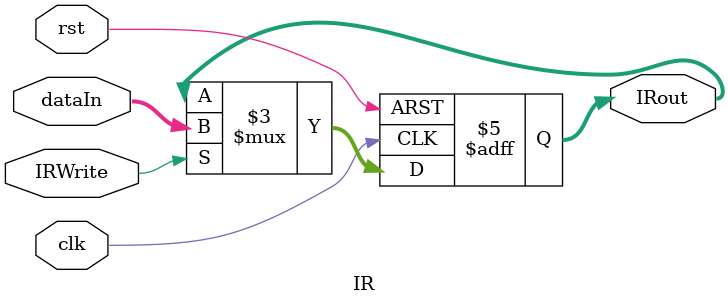
<source format=v>
`timescale 1ns/1ns
module IR(input clk, rst, input IRWrite, input [31:0] dataIn, output reg [31:0] IRout);
  always@(posedge clk, posedge rst) begin
    if(rst)
      IRout <= 32'b0;
    else
      if(IRWrite)
        IRout <= dataIn;
      else
        IRout <= IRout;
  end
endmodule


</source>
